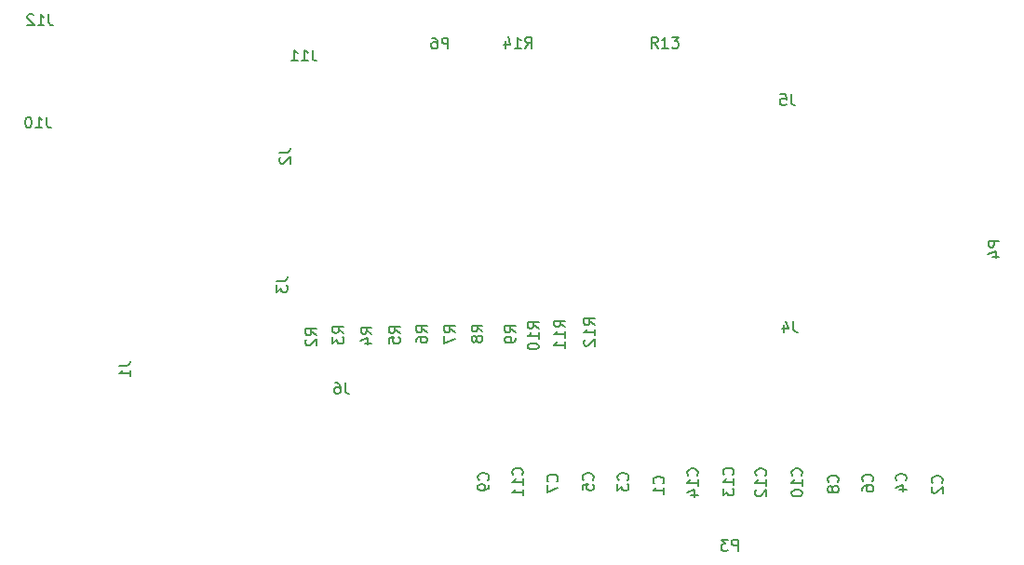
<source format=gbr>
G04 #@! TF.GenerationSoftware,KiCad,Pcbnew,(6.0.7-1)-1*
G04 #@! TF.CreationDate,2023-05-21T10:58:46+10:00*
G04 #@! TF.ProjectId,F16 Input Shield with Ethernet,46313620-496e-4707-9574-20536869656c,rev?*
G04 #@! TF.SameCoordinates,Original*
G04 #@! TF.FileFunction,Legend,Bot*
G04 #@! TF.FilePolarity,Positive*
%FSLAX46Y46*%
G04 Gerber Fmt 4.6, Leading zero omitted, Abs format (unit mm)*
G04 Created by KiCad (PCBNEW (6.0.7-1)-1) date 2023-05-21 10:58:46*
%MOMM*%
%LPD*%
G01*
G04 APERTURE LIST*
%ADD10C,0.150000*%
G04 APERTURE END LIST*
D10*
X199334380Y-91654404D02*
X198334380Y-91654404D01*
X198334380Y-92035357D01*
X198382000Y-92130595D01*
X198429619Y-92178214D01*
X198524857Y-92225833D01*
X198667714Y-92225833D01*
X198762952Y-92178214D01*
X198810571Y-92130595D01*
X198858190Y-92035357D01*
X198858190Y-91654404D01*
X198667714Y-93082976D02*
X199334380Y-93082976D01*
X198286761Y-92844880D02*
X199001047Y-92606785D01*
X199001047Y-93225833D01*
X175553595Y-119832380D02*
X175553595Y-118832380D01*
X175172642Y-118832380D01*
X175077404Y-118880000D01*
X175029785Y-118927619D01*
X174982166Y-119022857D01*
X174982166Y-119165714D01*
X175029785Y-119260952D01*
X175077404Y-119308571D01*
X175172642Y-119356190D01*
X175553595Y-119356190D01*
X174648833Y-118832380D02*
X174029785Y-118832380D01*
X174363119Y-119213333D01*
X174220261Y-119213333D01*
X174125023Y-119260952D01*
X174077404Y-119308571D01*
X174029785Y-119403809D01*
X174029785Y-119641904D01*
X174077404Y-119737142D01*
X174125023Y-119784761D01*
X174220261Y-119832380D01*
X174505976Y-119832380D01*
X174601214Y-119784761D01*
X174648833Y-119737142D01*
X149201095Y-74175880D02*
X149201095Y-73175880D01*
X148820142Y-73175880D01*
X148724904Y-73223500D01*
X148677285Y-73271119D01*
X148629666Y-73366357D01*
X148629666Y-73509214D01*
X148677285Y-73604452D01*
X148724904Y-73652071D01*
X148820142Y-73699690D01*
X149201095Y-73699690D01*
X147772523Y-73175880D02*
X147963000Y-73175880D01*
X148058238Y-73223500D01*
X148105857Y-73271119D01*
X148201095Y-73413976D01*
X148248714Y-73604452D01*
X148248714Y-73985404D01*
X148201095Y-74080642D01*
X148153476Y-74128261D01*
X148058238Y-74175880D01*
X147867761Y-74175880D01*
X147772523Y-74128261D01*
X147724904Y-74080642D01*
X147677285Y-73985404D01*
X147677285Y-73747309D01*
X147724904Y-73652071D01*
X147772523Y-73604452D01*
X147867761Y-73556833D01*
X148058238Y-73556833D01*
X148153476Y-73604452D01*
X148201095Y-73652071D01*
X148248714Y-73747309D01*
X119276880Y-102981166D02*
X119991166Y-102981166D01*
X120134023Y-102933547D01*
X120229261Y-102838309D01*
X120276880Y-102695452D01*
X120276880Y-102600214D01*
X120276880Y-103981166D02*
X120276880Y-103409738D01*
X120276880Y-103695452D02*
X119276880Y-103695452D01*
X119419738Y-103600214D01*
X119514976Y-103504976D01*
X119562595Y-103409738D01*
X137231380Y-100226833D02*
X136755190Y-99893500D01*
X137231380Y-99655404D02*
X136231380Y-99655404D01*
X136231380Y-100036357D01*
X136279000Y-100131595D01*
X136326619Y-100179214D01*
X136421857Y-100226833D01*
X136564714Y-100226833D01*
X136659952Y-100179214D01*
X136707571Y-100131595D01*
X136755190Y-100036357D01*
X136755190Y-99655404D01*
X136326619Y-100607785D02*
X136279000Y-100655404D01*
X136231380Y-100750642D01*
X136231380Y-100988738D01*
X136279000Y-101083976D01*
X136326619Y-101131595D01*
X136421857Y-101179214D01*
X136517095Y-101179214D01*
X136659952Y-101131595D01*
X137231380Y-100560166D01*
X137231380Y-101179214D01*
X139717780Y-100036333D02*
X139241590Y-99703000D01*
X139717780Y-99464904D02*
X138717780Y-99464904D01*
X138717780Y-99845857D01*
X138765400Y-99941095D01*
X138813019Y-99988714D01*
X138908257Y-100036333D01*
X139051114Y-100036333D01*
X139146352Y-99988714D01*
X139193971Y-99941095D01*
X139241590Y-99845857D01*
X139241590Y-99464904D01*
X138717780Y-100369666D02*
X138717780Y-100988714D01*
X139098733Y-100655380D01*
X139098733Y-100798238D01*
X139146352Y-100893476D01*
X139193971Y-100941095D01*
X139289209Y-100988714D01*
X139527304Y-100988714D01*
X139622542Y-100941095D01*
X139670161Y-100893476D01*
X139717780Y-100798238D01*
X139717780Y-100512523D01*
X139670161Y-100417285D01*
X139622542Y-100369666D01*
X142267680Y-100099833D02*
X141791490Y-99766500D01*
X142267680Y-99528404D02*
X141267680Y-99528404D01*
X141267680Y-99909357D01*
X141315300Y-100004595D01*
X141362919Y-100052214D01*
X141458157Y-100099833D01*
X141601014Y-100099833D01*
X141696252Y-100052214D01*
X141743871Y-100004595D01*
X141791490Y-99909357D01*
X141791490Y-99528404D01*
X141601014Y-100956976D02*
X142267680Y-100956976D01*
X141220061Y-100718880D02*
X141934347Y-100480785D01*
X141934347Y-101099833D01*
X144817580Y-100036333D02*
X144341390Y-99703000D01*
X144817580Y-99464904D02*
X143817580Y-99464904D01*
X143817580Y-99845857D01*
X143865200Y-99941095D01*
X143912819Y-99988714D01*
X144008057Y-100036333D01*
X144150914Y-100036333D01*
X144246152Y-99988714D01*
X144293771Y-99941095D01*
X144341390Y-99845857D01*
X144341390Y-99464904D01*
X143817580Y-100941095D02*
X143817580Y-100464904D01*
X144293771Y-100417285D01*
X144246152Y-100464904D01*
X144198533Y-100560142D01*
X144198533Y-100798238D01*
X144246152Y-100893476D01*
X144293771Y-100941095D01*
X144389009Y-100988714D01*
X144627104Y-100988714D01*
X144722342Y-100941095D01*
X144769961Y-100893476D01*
X144817580Y-100798238D01*
X144817580Y-100560142D01*
X144769961Y-100464904D01*
X144722342Y-100417285D01*
X147303980Y-99972833D02*
X146827790Y-99639500D01*
X147303980Y-99401404D02*
X146303980Y-99401404D01*
X146303980Y-99782357D01*
X146351600Y-99877595D01*
X146399219Y-99925214D01*
X146494457Y-99972833D01*
X146637314Y-99972833D01*
X146732552Y-99925214D01*
X146780171Y-99877595D01*
X146827790Y-99782357D01*
X146827790Y-99401404D01*
X146303980Y-100829976D02*
X146303980Y-100639500D01*
X146351600Y-100544261D01*
X146399219Y-100496642D01*
X146542076Y-100401404D01*
X146732552Y-100353785D01*
X147113504Y-100353785D01*
X147208742Y-100401404D01*
X147256361Y-100449023D01*
X147303980Y-100544261D01*
X147303980Y-100734738D01*
X147256361Y-100829976D01*
X147208742Y-100877595D01*
X147113504Y-100925214D01*
X146875409Y-100925214D01*
X146780171Y-100877595D01*
X146732552Y-100829976D01*
X146684933Y-100734738D01*
X146684933Y-100544261D01*
X146732552Y-100449023D01*
X146780171Y-100401404D01*
X146875409Y-100353785D01*
X149853880Y-99972833D02*
X149377690Y-99639500D01*
X149853880Y-99401404D02*
X148853880Y-99401404D01*
X148853880Y-99782357D01*
X148901500Y-99877595D01*
X148949119Y-99925214D01*
X149044357Y-99972833D01*
X149187214Y-99972833D01*
X149282452Y-99925214D01*
X149330071Y-99877595D01*
X149377690Y-99782357D01*
X149377690Y-99401404D01*
X148853880Y-100306166D02*
X148853880Y-100972833D01*
X149853880Y-100544261D01*
X152340280Y-99909333D02*
X151864090Y-99576000D01*
X152340280Y-99337904D02*
X151340280Y-99337904D01*
X151340280Y-99718857D01*
X151387900Y-99814095D01*
X151435519Y-99861714D01*
X151530757Y-99909333D01*
X151673614Y-99909333D01*
X151768852Y-99861714D01*
X151816471Y-99814095D01*
X151864090Y-99718857D01*
X151864090Y-99337904D01*
X151768852Y-100480761D02*
X151721233Y-100385523D01*
X151673614Y-100337904D01*
X151578376Y-100290285D01*
X151530757Y-100290285D01*
X151435519Y-100337904D01*
X151387900Y-100385523D01*
X151340280Y-100480761D01*
X151340280Y-100671238D01*
X151387900Y-100766476D01*
X151435519Y-100814095D01*
X151530757Y-100861714D01*
X151578376Y-100861714D01*
X151673614Y-100814095D01*
X151721233Y-100766476D01*
X151768852Y-100671238D01*
X151768852Y-100480761D01*
X151816471Y-100385523D01*
X151864090Y-100337904D01*
X151959328Y-100290285D01*
X152149804Y-100290285D01*
X152245042Y-100337904D01*
X152292661Y-100385523D01*
X152340280Y-100480761D01*
X152340280Y-100671238D01*
X152292661Y-100766476D01*
X152245042Y-100814095D01*
X152149804Y-100861714D01*
X151959328Y-100861714D01*
X151864090Y-100814095D01*
X151816471Y-100766476D01*
X151768852Y-100671238D01*
X155334380Y-99972833D02*
X154858190Y-99639500D01*
X155334380Y-99401404D02*
X154334380Y-99401404D01*
X154334380Y-99782357D01*
X154382000Y-99877595D01*
X154429619Y-99925214D01*
X154524857Y-99972833D01*
X154667714Y-99972833D01*
X154762952Y-99925214D01*
X154810571Y-99877595D01*
X154858190Y-99782357D01*
X154858190Y-99401404D01*
X155334380Y-100449023D02*
X155334380Y-100639500D01*
X155286761Y-100734738D01*
X155239142Y-100782357D01*
X155096285Y-100877595D01*
X154905809Y-100925214D01*
X154524857Y-100925214D01*
X154429619Y-100877595D01*
X154382000Y-100829976D01*
X154334380Y-100734738D01*
X154334380Y-100544261D01*
X154382000Y-100449023D01*
X154429619Y-100401404D01*
X154524857Y-100353785D01*
X154762952Y-100353785D01*
X154858190Y-100401404D01*
X154905809Y-100449023D01*
X154953428Y-100544261D01*
X154953428Y-100734738D01*
X154905809Y-100829976D01*
X154858190Y-100877595D01*
X154762952Y-100925214D01*
X157439880Y-99623642D02*
X156963690Y-99290309D01*
X157439880Y-99052214D02*
X156439880Y-99052214D01*
X156439880Y-99433166D01*
X156487500Y-99528404D01*
X156535119Y-99576023D01*
X156630357Y-99623642D01*
X156773214Y-99623642D01*
X156868452Y-99576023D01*
X156916071Y-99528404D01*
X156963690Y-99433166D01*
X156963690Y-99052214D01*
X157439880Y-100576023D02*
X157439880Y-100004595D01*
X157439880Y-100290309D02*
X156439880Y-100290309D01*
X156582738Y-100195071D01*
X156677976Y-100099833D01*
X156725595Y-100004595D01*
X156439880Y-101195071D02*
X156439880Y-101290309D01*
X156487500Y-101385547D01*
X156535119Y-101433166D01*
X156630357Y-101480785D01*
X156820833Y-101528404D01*
X157058928Y-101528404D01*
X157249404Y-101480785D01*
X157344642Y-101433166D01*
X157392261Y-101385547D01*
X157439880Y-101290309D01*
X157439880Y-101195071D01*
X157392261Y-101099833D01*
X157344642Y-101052214D01*
X157249404Y-101004595D01*
X157058928Y-100956976D01*
X156820833Y-100956976D01*
X156630357Y-101004595D01*
X156535119Y-101052214D01*
X156487500Y-101099833D01*
X156439880Y-101195071D01*
X159862880Y-99496642D02*
X159386690Y-99163309D01*
X159862880Y-98925214D02*
X158862880Y-98925214D01*
X158862880Y-99306166D01*
X158910500Y-99401404D01*
X158958119Y-99449023D01*
X159053357Y-99496642D01*
X159196214Y-99496642D01*
X159291452Y-99449023D01*
X159339071Y-99401404D01*
X159386690Y-99306166D01*
X159386690Y-98925214D01*
X159862880Y-100449023D02*
X159862880Y-99877595D01*
X159862880Y-100163309D02*
X158862880Y-100163309D01*
X159005738Y-100068071D01*
X159100976Y-99972833D01*
X159148595Y-99877595D01*
X159862880Y-101401404D02*
X159862880Y-100829976D01*
X159862880Y-101115690D02*
X158862880Y-101115690D01*
X159005738Y-101020452D01*
X159100976Y-100925214D01*
X159148595Y-100829976D01*
X180609833Y-98956880D02*
X180609833Y-99671166D01*
X180657452Y-99814023D01*
X180752690Y-99909261D01*
X180895547Y-99956880D01*
X180990785Y-99956880D01*
X179705071Y-99290214D02*
X179705071Y-99956880D01*
X179943166Y-98909261D02*
X180181261Y-99623547D01*
X179562214Y-99623547D01*
X180393933Y-78294280D02*
X180393933Y-79008566D01*
X180441552Y-79151423D01*
X180536790Y-79246661D01*
X180679647Y-79294280D01*
X180774885Y-79294280D01*
X179441552Y-78294280D02*
X179917742Y-78294280D01*
X179965361Y-78770471D01*
X179917742Y-78722852D01*
X179822504Y-78675233D01*
X179584409Y-78675233D01*
X179489171Y-78722852D01*
X179441552Y-78770471D01*
X179393933Y-78865709D01*
X179393933Y-79103804D01*
X179441552Y-79199042D01*
X179489171Y-79246661D01*
X179584409Y-79294280D01*
X179822504Y-79294280D01*
X179917742Y-79246661D01*
X179965361Y-79199042D01*
X139842833Y-104544880D02*
X139842833Y-105259166D01*
X139890452Y-105402023D01*
X139985690Y-105497261D01*
X140128547Y-105544880D01*
X140223785Y-105544880D01*
X138938071Y-104544880D02*
X139128547Y-104544880D01*
X139223785Y-104592500D01*
X139271404Y-104640119D01*
X139366642Y-104782976D01*
X139414261Y-104973452D01*
X139414261Y-105354404D01*
X139366642Y-105449642D01*
X139319023Y-105497261D01*
X139223785Y-105544880D01*
X139033309Y-105544880D01*
X138938071Y-105497261D01*
X138890452Y-105449642D01*
X138842833Y-105354404D01*
X138842833Y-105116309D01*
X138890452Y-105021071D01*
X138938071Y-104973452D01*
X139033309Y-104925833D01*
X139223785Y-104925833D01*
X139319023Y-104973452D01*
X139366642Y-105021071D01*
X139414261Y-105116309D01*
X194095642Y-113648833D02*
X194143261Y-113601214D01*
X194190880Y-113458357D01*
X194190880Y-113363119D01*
X194143261Y-113220261D01*
X194048023Y-113125023D01*
X193952785Y-113077404D01*
X193762309Y-113029785D01*
X193619452Y-113029785D01*
X193428976Y-113077404D01*
X193333738Y-113125023D01*
X193238500Y-113220261D01*
X193190880Y-113363119D01*
X193190880Y-113458357D01*
X193238500Y-113601214D01*
X193286119Y-113648833D01*
X193286119Y-114029785D02*
X193238500Y-114077404D01*
X193190880Y-114172642D01*
X193190880Y-114410738D01*
X193238500Y-114505976D01*
X193286119Y-114553595D01*
X193381357Y-114601214D01*
X193476595Y-114601214D01*
X193619452Y-114553595D01*
X194190880Y-113982166D01*
X194190880Y-114601214D01*
X165520642Y-113394833D02*
X165568261Y-113347214D01*
X165615880Y-113204357D01*
X165615880Y-113109119D01*
X165568261Y-112966261D01*
X165473023Y-112871023D01*
X165377785Y-112823404D01*
X165187309Y-112775785D01*
X165044452Y-112775785D01*
X164853976Y-112823404D01*
X164758738Y-112871023D01*
X164663500Y-112966261D01*
X164615880Y-113109119D01*
X164615880Y-113204357D01*
X164663500Y-113347214D01*
X164711119Y-113394833D01*
X164615880Y-113728166D02*
X164615880Y-114347214D01*
X164996833Y-114013880D01*
X164996833Y-114156738D01*
X165044452Y-114251976D01*
X165092071Y-114299595D01*
X165187309Y-114347214D01*
X165425404Y-114347214D01*
X165520642Y-114299595D01*
X165568261Y-114251976D01*
X165615880Y-114156738D01*
X165615880Y-113871023D01*
X165568261Y-113775785D01*
X165520642Y-113728166D01*
X190811642Y-113458333D02*
X190859261Y-113410714D01*
X190906880Y-113267857D01*
X190906880Y-113172619D01*
X190859261Y-113029761D01*
X190764023Y-112934523D01*
X190668785Y-112886904D01*
X190478309Y-112839285D01*
X190335452Y-112839285D01*
X190144976Y-112886904D01*
X190049738Y-112934523D01*
X189954500Y-113029761D01*
X189906880Y-113172619D01*
X189906880Y-113267857D01*
X189954500Y-113410714D01*
X190002119Y-113458333D01*
X190240214Y-114315476D02*
X190906880Y-114315476D01*
X189859261Y-114077380D02*
X190573547Y-113839285D01*
X190573547Y-114458333D01*
X187781942Y-113498333D02*
X187829561Y-113450714D01*
X187877180Y-113307857D01*
X187877180Y-113212619D01*
X187829561Y-113069761D01*
X187734323Y-112974523D01*
X187639085Y-112926904D01*
X187448609Y-112879285D01*
X187305752Y-112879285D01*
X187115276Y-112926904D01*
X187020038Y-112974523D01*
X186924800Y-113069761D01*
X186877180Y-113212619D01*
X186877180Y-113307857D01*
X186924800Y-113450714D01*
X186972419Y-113498333D01*
X186877180Y-114355476D02*
X186877180Y-114165000D01*
X186924800Y-114069761D01*
X186972419Y-114022142D01*
X187115276Y-113926904D01*
X187305752Y-113879285D01*
X187686704Y-113879285D01*
X187781942Y-113926904D01*
X187829561Y-113974523D01*
X187877180Y-114069761D01*
X187877180Y-114260238D01*
X187829561Y-114355476D01*
X187781942Y-114403095D01*
X187686704Y-114450714D01*
X187448609Y-114450714D01*
X187353371Y-114403095D01*
X187305752Y-114355476D01*
X187258133Y-114260238D01*
X187258133Y-114069761D01*
X187305752Y-113974523D01*
X187353371Y-113926904D01*
X187448609Y-113879285D01*
X159107142Y-113521833D02*
X159154761Y-113474214D01*
X159202380Y-113331357D01*
X159202380Y-113236119D01*
X159154761Y-113093261D01*
X159059523Y-112998023D01*
X158964285Y-112950404D01*
X158773809Y-112902785D01*
X158630952Y-112902785D01*
X158440476Y-112950404D01*
X158345238Y-112998023D01*
X158250000Y-113093261D01*
X158202380Y-113236119D01*
X158202380Y-113331357D01*
X158250000Y-113474214D01*
X158297619Y-113521833D01*
X158202380Y-113855166D02*
X158202380Y-114521833D01*
X159202380Y-114093261D01*
X184625042Y-113585333D02*
X184672661Y-113537714D01*
X184720280Y-113394857D01*
X184720280Y-113299619D01*
X184672661Y-113156761D01*
X184577423Y-113061523D01*
X184482185Y-113013904D01*
X184291709Y-112966285D01*
X184148852Y-112966285D01*
X183958376Y-113013904D01*
X183863138Y-113061523D01*
X183767900Y-113156761D01*
X183720280Y-113299619D01*
X183720280Y-113394857D01*
X183767900Y-113537714D01*
X183815519Y-113585333D01*
X184148852Y-114156761D02*
X184101233Y-114061523D01*
X184053614Y-114013904D01*
X183958376Y-113966285D01*
X183910757Y-113966285D01*
X183815519Y-114013904D01*
X183767900Y-114061523D01*
X183720280Y-114156761D01*
X183720280Y-114347238D01*
X183767900Y-114442476D01*
X183815519Y-114490095D01*
X183910757Y-114537714D01*
X183958376Y-114537714D01*
X184053614Y-114490095D01*
X184101233Y-114442476D01*
X184148852Y-114347238D01*
X184148852Y-114156761D01*
X184196471Y-114061523D01*
X184244090Y-114013904D01*
X184339328Y-113966285D01*
X184529804Y-113966285D01*
X184625042Y-114013904D01*
X184672661Y-114061523D01*
X184720280Y-114156761D01*
X184720280Y-114347238D01*
X184672661Y-114442476D01*
X184625042Y-114490095D01*
X184529804Y-114537714D01*
X184339328Y-114537714D01*
X184244090Y-114490095D01*
X184196471Y-114442476D01*
X184148852Y-114347238D01*
X152820642Y-113394833D02*
X152868261Y-113347214D01*
X152915880Y-113204357D01*
X152915880Y-113109119D01*
X152868261Y-112966261D01*
X152773023Y-112871023D01*
X152677785Y-112823404D01*
X152487309Y-112775785D01*
X152344452Y-112775785D01*
X152153976Y-112823404D01*
X152058738Y-112871023D01*
X151963500Y-112966261D01*
X151915880Y-113109119D01*
X151915880Y-113204357D01*
X151963500Y-113347214D01*
X152011119Y-113394833D01*
X152915880Y-113871023D02*
X152915880Y-114061500D01*
X152868261Y-114156738D01*
X152820642Y-114204357D01*
X152677785Y-114299595D01*
X152487309Y-114347214D01*
X152106357Y-114347214D01*
X152011119Y-114299595D01*
X151963500Y-114251976D01*
X151915880Y-114156738D01*
X151915880Y-113966261D01*
X151963500Y-113871023D01*
X152011119Y-113823404D01*
X152106357Y-113775785D01*
X152344452Y-113775785D01*
X152439690Y-113823404D01*
X152487309Y-113871023D01*
X152534928Y-113966261D01*
X152534928Y-114156738D01*
X152487309Y-114251976D01*
X152439690Y-114299595D01*
X152344452Y-114347214D01*
X181341242Y-112982142D02*
X181388861Y-112934523D01*
X181436480Y-112791666D01*
X181436480Y-112696428D01*
X181388861Y-112553571D01*
X181293623Y-112458333D01*
X181198385Y-112410714D01*
X181007909Y-112363095D01*
X180865052Y-112363095D01*
X180674576Y-112410714D01*
X180579338Y-112458333D01*
X180484100Y-112553571D01*
X180436480Y-112696428D01*
X180436480Y-112791666D01*
X180484100Y-112934523D01*
X180531719Y-112982142D01*
X181436480Y-113934523D02*
X181436480Y-113363095D01*
X181436480Y-113648809D02*
X180436480Y-113648809D01*
X180579338Y-113553571D01*
X180674576Y-113458333D01*
X180722195Y-113363095D01*
X180436480Y-114553571D02*
X180436480Y-114648809D01*
X180484100Y-114744047D01*
X180531719Y-114791666D01*
X180626957Y-114839285D01*
X180817433Y-114886904D01*
X181055528Y-114886904D01*
X181246004Y-114839285D01*
X181341242Y-114791666D01*
X181388861Y-114744047D01*
X181436480Y-114648809D01*
X181436480Y-114553571D01*
X181388861Y-114458333D01*
X181341242Y-114410714D01*
X181246004Y-114363095D01*
X181055528Y-114315476D01*
X180817433Y-114315476D01*
X180626957Y-114363095D01*
X180531719Y-114410714D01*
X180484100Y-114458333D01*
X180436480Y-114553571D01*
X155932142Y-112918642D02*
X155979761Y-112871023D01*
X156027380Y-112728166D01*
X156027380Y-112632928D01*
X155979761Y-112490071D01*
X155884523Y-112394833D01*
X155789285Y-112347214D01*
X155598809Y-112299595D01*
X155455952Y-112299595D01*
X155265476Y-112347214D01*
X155170238Y-112394833D01*
X155075000Y-112490071D01*
X155027380Y-112632928D01*
X155027380Y-112728166D01*
X155075000Y-112871023D01*
X155122619Y-112918642D01*
X156027380Y-113871023D02*
X156027380Y-113299595D01*
X156027380Y-113585309D02*
X155027380Y-113585309D01*
X155170238Y-113490071D01*
X155265476Y-113394833D01*
X155313095Y-113299595D01*
X156027380Y-114823404D02*
X156027380Y-114251976D01*
X156027380Y-114537690D02*
X155027380Y-114537690D01*
X155170238Y-114442452D01*
X155265476Y-114347214D01*
X155313095Y-114251976D01*
X178057342Y-112982142D02*
X178104961Y-112934523D01*
X178152580Y-112791666D01*
X178152580Y-112696428D01*
X178104961Y-112553571D01*
X178009723Y-112458333D01*
X177914485Y-112410714D01*
X177724009Y-112363095D01*
X177581152Y-112363095D01*
X177390676Y-112410714D01*
X177295438Y-112458333D01*
X177200200Y-112553571D01*
X177152580Y-112696428D01*
X177152580Y-112791666D01*
X177200200Y-112934523D01*
X177247819Y-112982142D01*
X178152580Y-113934523D02*
X178152580Y-113363095D01*
X178152580Y-113648809D02*
X177152580Y-113648809D01*
X177295438Y-113553571D01*
X177390676Y-113458333D01*
X177438295Y-113363095D01*
X177247819Y-114315476D02*
X177200200Y-114363095D01*
X177152580Y-114458333D01*
X177152580Y-114696428D01*
X177200200Y-114791666D01*
X177247819Y-114839285D01*
X177343057Y-114886904D01*
X177438295Y-114886904D01*
X177581152Y-114839285D01*
X178152580Y-114267857D01*
X178152580Y-114886904D01*
X171852542Y-112982142D02*
X171900161Y-112934523D01*
X171947780Y-112791666D01*
X171947780Y-112696428D01*
X171900161Y-112553571D01*
X171804923Y-112458333D01*
X171709685Y-112410714D01*
X171519209Y-112363095D01*
X171376352Y-112363095D01*
X171185876Y-112410714D01*
X171090638Y-112458333D01*
X170995400Y-112553571D01*
X170947780Y-112696428D01*
X170947780Y-112791666D01*
X170995400Y-112934523D01*
X171043019Y-112982142D01*
X171947780Y-113934523D02*
X171947780Y-113363095D01*
X171947780Y-113648809D02*
X170947780Y-113648809D01*
X171090638Y-113553571D01*
X171185876Y-113458333D01*
X171233495Y-113363095D01*
X171281114Y-114791666D02*
X171947780Y-114791666D01*
X170900161Y-114553571D02*
X171614447Y-114315476D01*
X171614447Y-114934523D01*
X175109142Y-112918642D02*
X175156761Y-112871023D01*
X175204380Y-112728166D01*
X175204380Y-112632928D01*
X175156761Y-112490071D01*
X175061523Y-112394833D01*
X174966285Y-112347214D01*
X174775809Y-112299595D01*
X174632952Y-112299595D01*
X174442476Y-112347214D01*
X174347238Y-112394833D01*
X174252000Y-112490071D01*
X174204380Y-112632928D01*
X174204380Y-112728166D01*
X174252000Y-112871023D01*
X174299619Y-112918642D01*
X175204380Y-113871023D02*
X175204380Y-113299595D01*
X175204380Y-113585309D02*
X174204380Y-113585309D01*
X174347238Y-113490071D01*
X174442476Y-113394833D01*
X174490095Y-113299595D01*
X174204380Y-114204357D02*
X174204380Y-114823404D01*
X174585333Y-114490071D01*
X174585333Y-114632928D01*
X174632952Y-114728166D01*
X174680571Y-114775785D01*
X174775809Y-114823404D01*
X175013904Y-114823404D01*
X175109142Y-114775785D01*
X175156761Y-114728166D01*
X175204380Y-114632928D01*
X175204380Y-114347214D01*
X175156761Y-114251976D01*
X175109142Y-114204357D01*
X162345642Y-113394833D02*
X162393261Y-113347214D01*
X162440880Y-113204357D01*
X162440880Y-113109119D01*
X162393261Y-112966261D01*
X162298023Y-112871023D01*
X162202785Y-112823404D01*
X162012309Y-112775785D01*
X161869452Y-112775785D01*
X161678976Y-112823404D01*
X161583738Y-112871023D01*
X161488500Y-112966261D01*
X161440880Y-113109119D01*
X161440880Y-113204357D01*
X161488500Y-113347214D01*
X161536119Y-113394833D01*
X161440880Y-114299595D02*
X161440880Y-113823404D01*
X161917071Y-113775785D01*
X161869452Y-113823404D01*
X161821833Y-113918642D01*
X161821833Y-114156738D01*
X161869452Y-114251976D01*
X161917071Y-114299595D01*
X162012309Y-114347214D01*
X162250404Y-114347214D01*
X162345642Y-114299595D01*
X162393261Y-114251976D01*
X162440880Y-114156738D01*
X162440880Y-113918642D01*
X162393261Y-113823404D01*
X162345642Y-113775785D01*
X162539880Y-99306142D02*
X162063690Y-98972809D01*
X162539880Y-98734714D02*
X161539880Y-98734714D01*
X161539880Y-99115666D01*
X161587500Y-99210904D01*
X161635119Y-99258523D01*
X161730357Y-99306142D01*
X161873214Y-99306142D01*
X161968452Y-99258523D01*
X162016071Y-99210904D01*
X162063690Y-99115666D01*
X162063690Y-98734714D01*
X162539880Y-100258523D02*
X162539880Y-99687095D01*
X162539880Y-99972809D02*
X161539880Y-99972809D01*
X161682738Y-99877571D01*
X161777976Y-99782333D01*
X161825595Y-99687095D01*
X161635119Y-100639476D02*
X161587500Y-100687095D01*
X161539880Y-100782333D01*
X161539880Y-101020428D01*
X161587500Y-101115666D01*
X161635119Y-101163285D01*
X161730357Y-101210904D01*
X161825595Y-101210904D01*
X161968452Y-101163285D01*
X162539880Y-100591857D01*
X162539880Y-101210904D01*
X112696523Y-80371380D02*
X112696523Y-81085666D01*
X112744142Y-81228523D01*
X112839380Y-81323761D01*
X112982238Y-81371380D01*
X113077476Y-81371380D01*
X111696523Y-81371380D02*
X112267952Y-81371380D01*
X111982238Y-81371380D02*
X111982238Y-80371380D01*
X112077476Y-80514238D01*
X112172714Y-80609476D01*
X112267952Y-80657095D01*
X111077476Y-80371380D02*
X110982238Y-80371380D01*
X110887000Y-80419000D01*
X110839380Y-80466619D01*
X110791761Y-80561857D01*
X110744142Y-80752333D01*
X110744142Y-80990428D01*
X110791761Y-81180904D01*
X110839380Y-81276142D01*
X110887000Y-81323761D01*
X110982238Y-81371380D01*
X111077476Y-81371380D01*
X111172714Y-81323761D01*
X111220333Y-81276142D01*
X111267952Y-81180904D01*
X111315571Y-80990428D01*
X111315571Y-80752333D01*
X111267952Y-80561857D01*
X111220333Y-80466619D01*
X111172714Y-80419000D01*
X111077476Y-80371380D01*
X136890023Y-74275380D02*
X136890023Y-74989666D01*
X136937642Y-75132523D01*
X137032880Y-75227761D01*
X137175738Y-75275380D01*
X137270976Y-75275380D01*
X135890023Y-75275380D02*
X136461452Y-75275380D01*
X136175738Y-75275380D02*
X136175738Y-74275380D01*
X136270976Y-74418238D01*
X136366214Y-74513476D01*
X136461452Y-74561095D01*
X134937642Y-75275380D02*
X135509071Y-75275380D01*
X135223357Y-75275380D02*
X135223357Y-74275380D01*
X135318595Y-74418238D01*
X135413833Y-74513476D01*
X135509071Y-74561095D01*
X112887023Y-71036880D02*
X112887023Y-71751166D01*
X112934642Y-71894023D01*
X113029880Y-71989261D01*
X113172738Y-72036880D01*
X113267976Y-72036880D01*
X111887023Y-72036880D02*
X112458452Y-72036880D01*
X112172738Y-72036880D02*
X112172738Y-71036880D01*
X112267976Y-71179738D01*
X112363214Y-71274976D01*
X112458452Y-71322595D01*
X111506071Y-71132119D02*
X111458452Y-71084500D01*
X111363214Y-71036880D01*
X111125119Y-71036880D01*
X111029880Y-71084500D01*
X110982261Y-71132119D01*
X110934642Y-71227357D01*
X110934642Y-71322595D01*
X110982261Y-71465452D01*
X111553690Y-72036880D01*
X110934642Y-72036880D01*
X133861880Y-83613666D02*
X134576166Y-83613666D01*
X134719023Y-83566047D01*
X134814261Y-83470809D01*
X134861880Y-83327952D01*
X134861880Y-83232714D01*
X133957119Y-84042238D02*
X133909500Y-84089857D01*
X133861880Y-84185095D01*
X133861880Y-84423190D01*
X133909500Y-84518428D01*
X133957119Y-84566047D01*
X134052357Y-84613666D01*
X134147595Y-84613666D01*
X134290452Y-84566047D01*
X134861880Y-83994619D01*
X134861880Y-84613666D01*
X133607880Y-95297666D02*
X134322166Y-95297666D01*
X134465023Y-95250047D01*
X134560261Y-95154809D01*
X134607880Y-95011952D01*
X134607880Y-94916714D01*
X133607880Y-95678619D02*
X133607880Y-96297666D01*
X133988833Y-95964333D01*
X133988833Y-96107190D01*
X134036452Y-96202428D01*
X134084071Y-96250047D01*
X134179309Y-96297666D01*
X134417404Y-96297666D01*
X134512642Y-96250047D01*
X134560261Y-96202428D01*
X134607880Y-96107190D01*
X134607880Y-95821476D01*
X134560261Y-95726238D01*
X134512642Y-95678619D01*
X168267142Y-74112380D02*
X167933809Y-73636190D01*
X167695714Y-74112380D02*
X167695714Y-73112380D01*
X168076666Y-73112380D01*
X168171904Y-73160000D01*
X168219523Y-73207619D01*
X168267142Y-73302857D01*
X168267142Y-73445714D01*
X168219523Y-73540952D01*
X168171904Y-73588571D01*
X168076666Y-73636190D01*
X167695714Y-73636190D01*
X169219523Y-74112380D02*
X168648095Y-74112380D01*
X168933809Y-74112380D02*
X168933809Y-73112380D01*
X168838571Y-73255238D01*
X168743333Y-73350476D01*
X168648095Y-73398095D01*
X169552857Y-73112380D02*
X170171904Y-73112380D01*
X169838571Y-73493333D01*
X169981428Y-73493333D01*
X170076666Y-73540952D01*
X170124285Y-73588571D01*
X170171904Y-73683809D01*
X170171904Y-73921904D01*
X170124285Y-74017142D01*
X170076666Y-74064761D01*
X169981428Y-74112380D01*
X169695714Y-74112380D01*
X169600476Y-74064761D01*
X169552857Y-74017142D01*
X156217857Y-74112380D02*
X156551190Y-73636190D01*
X156789285Y-74112380D02*
X156789285Y-73112380D01*
X156408333Y-73112380D01*
X156313095Y-73160000D01*
X156265476Y-73207619D01*
X156217857Y-73302857D01*
X156217857Y-73445714D01*
X156265476Y-73540952D01*
X156313095Y-73588571D01*
X156408333Y-73636190D01*
X156789285Y-73636190D01*
X155265476Y-74112380D02*
X155836904Y-74112380D01*
X155551190Y-74112380D02*
X155551190Y-73112380D01*
X155646428Y-73255238D01*
X155741666Y-73350476D01*
X155836904Y-73398095D01*
X154408333Y-73445714D02*
X154408333Y-74112380D01*
X154646428Y-73064761D02*
X154884523Y-73779047D01*
X154265476Y-73779047D01*
X168759142Y-113712333D02*
X168806761Y-113664714D01*
X168854380Y-113521857D01*
X168854380Y-113426619D01*
X168806761Y-113283761D01*
X168711523Y-113188523D01*
X168616285Y-113140904D01*
X168425809Y-113093285D01*
X168282952Y-113093285D01*
X168092476Y-113140904D01*
X167997238Y-113188523D01*
X167902000Y-113283761D01*
X167854380Y-113426619D01*
X167854380Y-113521857D01*
X167902000Y-113664714D01*
X167949619Y-113712333D01*
X168854380Y-114664714D02*
X168854380Y-114093285D01*
X168854380Y-114379000D02*
X167854380Y-114379000D01*
X167997238Y-114283761D01*
X168092476Y-114188523D01*
X168140095Y-114093285D01*
M02*

</source>
